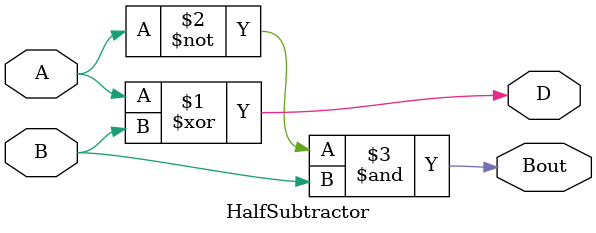
<source format=v>
module HalfSubtractor(A,B,D,Bout);
	input A,B;
    output D,Bout; 
    xor(D,A,B);
    and(Bout,~A,B);
endmodule
</source>
